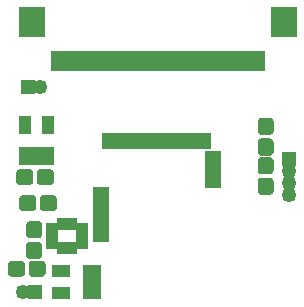
<source format=gts>
G04 #@! TF.GenerationSoftware,KiCad,Pcbnew,(5.0.0)*
G04 #@! TF.CreationDate,2018-11-26T10:25:21+01:00*
G04 #@! TF.ProjectId,Insole_PCB,496E736F6C655F5043422E6B69636164,rev?*
G04 #@! TF.SameCoordinates,Original*
G04 #@! TF.FileFunction,Soldermask,Top*
G04 #@! TF.FilePolarity,Negative*
%FSLAX46Y46*%
G04 Gerber Fmt 4.6, Leading zero omitted, Abs format (unit mm)*
G04 Created by KiCad (PCBNEW (5.0.0)) date 11/26/18 10:25:21*
%MOMM*%
%LPD*%
G01*
G04 APERTURE LIST*
%ADD10C,0.100000*%
%ADD11C,1.350000*%
%ADD12R,1.250000X1.250000*%
%ADD13O,1.250000X1.250000*%
%ADD14R,2.200000X2.600000*%
%ADD15R,0.700000X1.700000*%
%ADD16R,1.400000X0.810000*%
%ADD17R,0.810000X1.400000*%
%ADD18R,1.050000X1.620000*%
%ADD19R,0.650000X1.075000*%
%ADD20R,1.075000X0.650000*%
%ADD21R,1.620000X1.050000*%
G04 APERTURE END LIST*
D10*
G04 #@! TO.C,C3*
G36*
X145420581Y-86776625D02*
X145453343Y-86781485D01*
X145485471Y-86789533D01*
X145516656Y-86800691D01*
X145546596Y-86814852D01*
X145575005Y-86831879D01*
X145601608Y-86851609D01*
X145626149Y-86873851D01*
X145648391Y-86898392D01*
X145668121Y-86924995D01*
X145685148Y-86953404D01*
X145699309Y-86983344D01*
X145710467Y-87014529D01*
X145718515Y-87046657D01*
X145723375Y-87079419D01*
X145725000Y-87112500D01*
X145725000Y-87787500D01*
X145723375Y-87820581D01*
X145718515Y-87853343D01*
X145710467Y-87885471D01*
X145699309Y-87916656D01*
X145685148Y-87946596D01*
X145668121Y-87975005D01*
X145648391Y-88001608D01*
X145626149Y-88026149D01*
X145601608Y-88048391D01*
X145575005Y-88068121D01*
X145546596Y-88085148D01*
X145516656Y-88099309D01*
X145485471Y-88110467D01*
X145453343Y-88118515D01*
X145420581Y-88123375D01*
X145387500Y-88125000D01*
X144612500Y-88125000D01*
X144579419Y-88123375D01*
X144546657Y-88118515D01*
X144514529Y-88110467D01*
X144483344Y-88099309D01*
X144453404Y-88085148D01*
X144424995Y-88068121D01*
X144398392Y-88048391D01*
X144373851Y-88026149D01*
X144351609Y-88001608D01*
X144331879Y-87975005D01*
X144314852Y-87946596D01*
X144300691Y-87916656D01*
X144289533Y-87885471D01*
X144281485Y-87853343D01*
X144276625Y-87820581D01*
X144275000Y-87787500D01*
X144275000Y-87112500D01*
X144276625Y-87079419D01*
X144281485Y-87046657D01*
X144289533Y-87014529D01*
X144300691Y-86983344D01*
X144314852Y-86953404D01*
X144331879Y-86924995D01*
X144351609Y-86898392D01*
X144373851Y-86873851D01*
X144398392Y-86851609D01*
X144424995Y-86831879D01*
X144453404Y-86814852D01*
X144483344Y-86800691D01*
X144514529Y-86789533D01*
X144546657Y-86781485D01*
X144579419Y-86776625D01*
X144612500Y-86775000D01*
X145387500Y-86775000D01*
X145420581Y-86776625D01*
X145420581Y-86776625D01*
G37*
D11*
X145000000Y-87450000D03*
D10*
G36*
X147170581Y-86776625D02*
X147203343Y-86781485D01*
X147235471Y-86789533D01*
X147266656Y-86800691D01*
X147296596Y-86814852D01*
X147325005Y-86831879D01*
X147351608Y-86851609D01*
X147376149Y-86873851D01*
X147398391Y-86898392D01*
X147418121Y-86924995D01*
X147435148Y-86953404D01*
X147449309Y-86983344D01*
X147460467Y-87014529D01*
X147468515Y-87046657D01*
X147473375Y-87079419D01*
X147475000Y-87112500D01*
X147475000Y-87787500D01*
X147473375Y-87820581D01*
X147468515Y-87853343D01*
X147460467Y-87885471D01*
X147449309Y-87916656D01*
X147435148Y-87946596D01*
X147418121Y-87975005D01*
X147398391Y-88001608D01*
X147376149Y-88026149D01*
X147351608Y-88048391D01*
X147325005Y-88068121D01*
X147296596Y-88085148D01*
X147266656Y-88099309D01*
X147235471Y-88110467D01*
X147203343Y-88118515D01*
X147170581Y-88123375D01*
X147137500Y-88125000D01*
X146362500Y-88125000D01*
X146329419Y-88123375D01*
X146296657Y-88118515D01*
X146264529Y-88110467D01*
X146233344Y-88099309D01*
X146203404Y-88085148D01*
X146174995Y-88068121D01*
X146148392Y-88048391D01*
X146123851Y-88026149D01*
X146101609Y-88001608D01*
X146081879Y-87975005D01*
X146064852Y-87946596D01*
X146050691Y-87916656D01*
X146039533Y-87885471D01*
X146031485Y-87853343D01*
X146026625Y-87820581D01*
X146025000Y-87787500D01*
X146025000Y-87112500D01*
X146026625Y-87079419D01*
X146031485Y-87046657D01*
X146039533Y-87014529D01*
X146050691Y-86983344D01*
X146064852Y-86953404D01*
X146081879Y-86924995D01*
X146101609Y-86898392D01*
X146123851Y-86873851D01*
X146148392Y-86851609D01*
X146174995Y-86831879D01*
X146203404Y-86814852D01*
X146233344Y-86800691D01*
X146264529Y-86789533D01*
X146296657Y-86781485D01*
X146329419Y-86776625D01*
X146362500Y-86775000D01*
X147137500Y-86775000D01*
X147170581Y-86776625D01*
X147170581Y-86776625D01*
G37*
D11*
X146750000Y-87450000D03*
G04 #@! TD*
D12*
G04 #@! TO.C,J1*
X146000000Y-72100000D03*
D13*
X147000000Y-72100000D03*
G04 #@! TD*
G04 #@! TO.C,J2*
X145550000Y-89400000D03*
D12*
X146550000Y-89400000D03*
G04 #@! TD*
G04 #@! TO.C,J3*
X168100000Y-78200000D03*
D13*
X168100000Y-79200000D03*
X168100000Y-80200000D03*
X168100000Y-81200000D03*
G04 #@! TD*
D14*
G04 #@! TO.C,J4*
X146350000Y-66600000D03*
X167650000Y-66600000D03*
D15*
X165750000Y-69850000D03*
X165250000Y-69850000D03*
X164750000Y-69850000D03*
X164250000Y-69850000D03*
X163750000Y-69850000D03*
X163250000Y-69850000D03*
X162750000Y-69850000D03*
X162250000Y-69850000D03*
X161750000Y-69850000D03*
X161250000Y-69850000D03*
X160750000Y-69850000D03*
X160250000Y-69850000D03*
X159750000Y-69850000D03*
X159250000Y-69850000D03*
X158750000Y-69850000D03*
X158250000Y-69850000D03*
X157750000Y-69850000D03*
X157250000Y-69850000D03*
X156750000Y-69850000D03*
X156250000Y-69850000D03*
X155750000Y-69850000D03*
X155250000Y-69850000D03*
X154750000Y-69850000D03*
X154250000Y-69850000D03*
X153750000Y-69850000D03*
X153250000Y-69850000D03*
X152750000Y-69850000D03*
X152250000Y-69850000D03*
X151750000Y-69850000D03*
X151250000Y-69850000D03*
X150750000Y-69850000D03*
X150250000Y-69850000D03*
X149750000Y-69850000D03*
X149250000Y-69850000D03*
X148750000Y-69850000D03*
X148250000Y-69850000D03*
G04 #@! TD*
D10*
G04 #@! TO.C,R1*
G36*
X146120581Y-79026625D02*
X146153343Y-79031485D01*
X146185471Y-79039533D01*
X146216656Y-79050691D01*
X146246596Y-79064852D01*
X146275005Y-79081879D01*
X146301608Y-79101609D01*
X146326149Y-79123851D01*
X146348391Y-79148392D01*
X146368121Y-79174995D01*
X146385148Y-79203404D01*
X146399309Y-79233344D01*
X146410467Y-79264529D01*
X146418515Y-79296657D01*
X146423375Y-79329419D01*
X146425000Y-79362500D01*
X146425000Y-80037500D01*
X146423375Y-80070581D01*
X146418515Y-80103343D01*
X146410467Y-80135471D01*
X146399309Y-80166656D01*
X146385148Y-80196596D01*
X146368121Y-80225005D01*
X146348391Y-80251608D01*
X146326149Y-80276149D01*
X146301608Y-80298391D01*
X146275005Y-80318121D01*
X146246596Y-80335148D01*
X146216656Y-80349309D01*
X146185471Y-80360467D01*
X146153343Y-80368515D01*
X146120581Y-80373375D01*
X146087500Y-80375000D01*
X145312500Y-80375000D01*
X145279419Y-80373375D01*
X145246657Y-80368515D01*
X145214529Y-80360467D01*
X145183344Y-80349309D01*
X145153404Y-80335148D01*
X145124995Y-80318121D01*
X145098392Y-80298391D01*
X145073851Y-80276149D01*
X145051609Y-80251608D01*
X145031879Y-80225005D01*
X145014852Y-80196596D01*
X145000691Y-80166656D01*
X144989533Y-80135471D01*
X144981485Y-80103343D01*
X144976625Y-80070581D01*
X144975000Y-80037500D01*
X144975000Y-79362500D01*
X144976625Y-79329419D01*
X144981485Y-79296657D01*
X144989533Y-79264529D01*
X145000691Y-79233344D01*
X145014852Y-79203404D01*
X145031879Y-79174995D01*
X145051609Y-79148392D01*
X145073851Y-79123851D01*
X145098392Y-79101609D01*
X145124995Y-79081879D01*
X145153404Y-79064852D01*
X145183344Y-79050691D01*
X145214529Y-79039533D01*
X145246657Y-79031485D01*
X145279419Y-79026625D01*
X145312500Y-79025000D01*
X146087500Y-79025000D01*
X146120581Y-79026625D01*
X146120581Y-79026625D01*
G37*
D11*
X145700000Y-79700000D03*
D10*
G36*
X147870581Y-79026625D02*
X147903343Y-79031485D01*
X147935471Y-79039533D01*
X147966656Y-79050691D01*
X147996596Y-79064852D01*
X148025005Y-79081879D01*
X148051608Y-79101609D01*
X148076149Y-79123851D01*
X148098391Y-79148392D01*
X148118121Y-79174995D01*
X148135148Y-79203404D01*
X148149309Y-79233344D01*
X148160467Y-79264529D01*
X148168515Y-79296657D01*
X148173375Y-79329419D01*
X148175000Y-79362500D01*
X148175000Y-80037500D01*
X148173375Y-80070581D01*
X148168515Y-80103343D01*
X148160467Y-80135471D01*
X148149309Y-80166656D01*
X148135148Y-80196596D01*
X148118121Y-80225005D01*
X148098391Y-80251608D01*
X148076149Y-80276149D01*
X148051608Y-80298391D01*
X148025005Y-80318121D01*
X147996596Y-80335148D01*
X147966656Y-80349309D01*
X147935471Y-80360467D01*
X147903343Y-80368515D01*
X147870581Y-80373375D01*
X147837500Y-80375000D01*
X147062500Y-80375000D01*
X147029419Y-80373375D01*
X146996657Y-80368515D01*
X146964529Y-80360467D01*
X146933344Y-80349309D01*
X146903404Y-80335148D01*
X146874995Y-80318121D01*
X146848392Y-80298391D01*
X146823851Y-80276149D01*
X146801609Y-80251608D01*
X146781879Y-80225005D01*
X146764852Y-80196596D01*
X146750691Y-80166656D01*
X146739533Y-80135471D01*
X146731485Y-80103343D01*
X146726625Y-80070581D01*
X146725000Y-80037500D01*
X146725000Y-79362500D01*
X146726625Y-79329419D01*
X146731485Y-79296657D01*
X146739533Y-79264529D01*
X146750691Y-79233344D01*
X146764852Y-79203404D01*
X146781879Y-79174995D01*
X146801609Y-79148392D01*
X146823851Y-79123851D01*
X146848392Y-79101609D01*
X146874995Y-79081879D01*
X146903404Y-79064852D01*
X146933344Y-79050691D01*
X146964529Y-79039533D01*
X146996657Y-79031485D01*
X147029419Y-79026625D01*
X147062500Y-79025000D01*
X147837500Y-79025000D01*
X147870581Y-79026625D01*
X147870581Y-79026625D01*
G37*
D11*
X147450000Y-79700000D03*
G04 #@! TD*
D10*
G04 #@! TO.C,R2*
G36*
X146870581Y-85176625D02*
X146903343Y-85181485D01*
X146935471Y-85189533D01*
X146966656Y-85200691D01*
X146996596Y-85214852D01*
X147025005Y-85231879D01*
X147051608Y-85251609D01*
X147076149Y-85273851D01*
X147098391Y-85298392D01*
X147118121Y-85324995D01*
X147135148Y-85353404D01*
X147149309Y-85383344D01*
X147160467Y-85414529D01*
X147168515Y-85446657D01*
X147173375Y-85479419D01*
X147175000Y-85512500D01*
X147175000Y-86287500D01*
X147173375Y-86320581D01*
X147168515Y-86353343D01*
X147160467Y-86385471D01*
X147149309Y-86416656D01*
X147135148Y-86446596D01*
X147118121Y-86475005D01*
X147098391Y-86501608D01*
X147076149Y-86526149D01*
X147051608Y-86548391D01*
X147025005Y-86568121D01*
X146996596Y-86585148D01*
X146966656Y-86599309D01*
X146935471Y-86610467D01*
X146903343Y-86618515D01*
X146870581Y-86623375D01*
X146837500Y-86625000D01*
X146162500Y-86625000D01*
X146129419Y-86623375D01*
X146096657Y-86618515D01*
X146064529Y-86610467D01*
X146033344Y-86599309D01*
X146003404Y-86585148D01*
X145974995Y-86568121D01*
X145948392Y-86548391D01*
X145923851Y-86526149D01*
X145901609Y-86501608D01*
X145881879Y-86475005D01*
X145864852Y-86446596D01*
X145850691Y-86416656D01*
X145839533Y-86385471D01*
X145831485Y-86353343D01*
X145826625Y-86320581D01*
X145825000Y-86287500D01*
X145825000Y-85512500D01*
X145826625Y-85479419D01*
X145831485Y-85446657D01*
X145839533Y-85414529D01*
X145850691Y-85383344D01*
X145864852Y-85353404D01*
X145881879Y-85324995D01*
X145901609Y-85298392D01*
X145923851Y-85273851D01*
X145948392Y-85251609D01*
X145974995Y-85231879D01*
X146003404Y-85214852D01*
X146033344Y-85200691D01*
X146064529Y-85189533D01*
X146096657Y-85181485D01*
X146129419Y-85176625D01*
X146162500Y-85175000D01*
X146837500Y-85175000D01*
X146870581Y-85176625D01*
X146870581Y-85176625D01*
G37*
D11*
X146500000Y-85900000D03*
D10*
G36*
X146870581Y-83426625D02*
X146903343Y-83431485D01*
X146935471Y-83439533D01*
X146966656Y-83450691D01*
X146996596Y-83464852D01*
X147025005Y-83481879D01*
X147051608Y-83501609D01*
X147076149Y-83523851D01*
X147098391Y-83548392D01*
X147118121Y-83574995D01*
X147135148Y-83603404D01*
X147149309Y-83633344D01*
X147160467Y-83664529D01*
X147168515Y-83696657D01*
X147173375Y-83729419D01*
X147175000Y-83762500D01*
X147175000Y-84537500D01*
X147173375Y-84570581D01*
X147168515Y-84603343D01*
X147160467Y-84635471D01*
X147149309Y-84666656D01*
X147135148Y-84696596D01*
X147118121Y-84725005D01*
X147098391Y-84751608D01*
X147076149Y-84776149D01*
X147051608Y-84798391D01*
X147025005Y-84818121D01*
X146996596Y-84835148D01*
X146966656Y-84849309D01*
X146935471Y-84860467D01*
X146903343Y-84868515D01*
X146870581Y-84873375D01*
X146837500Y-84875000D01*
X146162500Y-84875000D01*
X146129419Y-84873375D01*
X146096657Y-84868515D01*
X146064529Y-84860467D01*
X146033344Y-84849309D01*
X146003404Y-84835148D01*
X145974995Y-84818121D01*
X145948392Y-84798391D01*
X145923851Y-84776149D01*
X145901609Y-84751608D01*
X145881879Y-84725005D01*
X145864852Y-84696596D01*
X145850691Y-84666656D01*
X145839533Y-84635471D01*
X145831485Y-84603343D01*
X145826625Y-84570581D01*
X145825000Y-84537500D01*
X145825000Y-83762500D01*
X145826625Y-83729419D01*
X145831485Y-83696657D01*
X145839533Y-83664529D01*
X145850691Y-83633344D01*
X145864852Y-83603404D01*
X145881879Y-83574995D01*
X145901609Y-83548392D01*
X145923851Y-83523851D01*
X145948392Y-83501609D01*
X145974995Y-83481879D01*
X146003404Y-83464852D01*
X146033344Y-83450691D01*
X146064529Y-83439533D01*
X146096657Y-83431485D01*
X146129419Y-83426625D01*
X146162500Y-83425000D01*
X146837500Y-83425000D01*
X146870581Y-83426625D01*
X146870581Y-83426625D01*
G37*
D11*
X146500000Y-84150000D03*
G04 #@! TD*
D10*
G04 #@! TO.C,R3*
G36*
X148120581Y-81226625D02*
X148153343Y-81231485D01*
X148185471Y-81239533D01*
X148216656Y-81250691D01*
X148246596Y-81264852D01*
X148275005Y-81281879D01*
X148301608Y-81301609D01*
X148326149Y-81323851D01*
X148348391Y-81348392D01*
X148368121Y-81374995D01*
X148385148Y-81403404D01*
X148399309Y-81433344D01*
X148410467Y-81464529D01*
X148418515Y-81496657D01*
X148423375Y-81529419D01*
X148425000Y-81562500D01*
X148425000Y-82237500D01*
X148423375Y-82270581D01*
X148418515Y-82303343D01*
X148410467Y-82335471D01*
X148399309Y-82366656D01*
X148385148Y-82396596D01*
X148368121Y-82425005D01*
X148348391Y-82451608D01*
X148326149Y-82476149D01*
X148301608Y-82498391D01*
X148275005Y-82518121D01*
X148246596Y-82535148D01*
X148216656Y-82549309D01*
X148185471Y-82560467D01*
X148153343Y-82568515D01*
X148120581Y-82573375D01*
X148087500Y-82575000D01*
X147312500Y-82575000D01*
X147279419Y-82573375D01*
X147246657Y-82568515D01*
X147214529Y-82560467D01*
X147183344Y-82549309D01*
X147153404Y-82535148D01*
X147124995Y-82518121D01*
X147098392Y-82498391D01*
X147073851Y-82476149D01*
X147051609Y-82451608D01*
X147031879Y-82425005D01*
X147014852Y-82396596D01*
X147000691Y-82366656D01*
X146989533Y-82335471D01*
X146981485Y-82303343D01*
X146976625Y-82270581D01*
X146975000Y-82237500D01*
X146975000Y-81562500D01*
X146976625Y-81529419D01*
X146981485Y-81496657D01*
X146989533Y-81464529D01*
X147000691Y-81433344D01*
X147014852Y-81403404D01*
X147031879Y-81374995D01*
X147051609Y-81348392D01*
X147073851Y-81323851D01*
X147098392Y-81301609D01*
X147124995Y-81281879D01*
X147153404Y-81264852D01*
X147183344Y-81250691D01*
X147214529Y-81239533D01*
X147246657Y-81231485D01*
X147279419Y-81226625D01*
X147312500Y-81225000D01*
X148087500Y-81225000D01*
X148120581Y-81226625D01*
X148120581Y-81226625D01*
G37*
D11*
X147700000Y-81900000D03*
D10*
G36*
X146370581Y-81226625D02*
X146403343Y-81231485D01*
X146435471Y-81239533D01*
X146466656Y-81250691D01*
X146496596Y-81264852D01*
X146525005Y-81281879D01*
X146551608Y-81301609D01*
X146576149Y-81323851D01*
X146598391Y-81348392D01*
X146618121Y-81374995D01*
X146635148Y-81403404D01*
X146649309Y-81433344D01*
X146660467Y-81464529D01*
X146668515Y-81496657D01*
X146673375Y-81529419D01*
X146675000Y-81562500D01*
X146675000Y-82237500D01*
X146673375Y-82270581D01*
X146668515Y-82303343D01*
X146660467Y-82335471D01*
X146649309Y-82366656D01*
X146635148Y-82396596D01*
X146618121Y-82425005D01*
X146598391Y-82451608D01*
X146576149Y-82476149D01*
X146551608Y-82498391D01*
X146525005Y-82518121D01*
X146496596Y-82535148D01*
X146466656Y-82549309D01*
X146435471Y-82560467D01*
X146403343Y-82568515D01*
X146370581Y-82573375D01*
X146337500Y-82575000D01*
X145562500Y-82575000D01*
X145529419Y-82573375D01*
X145496657Y-82568515D01*
X145464529Y-82560467D01*
X145433344Y-82549309D01*
X145403404Y-82535148D01*
X145374995Y-82518121D01*
X145348392Y-82498391D01*
X145323851Y-82476149D01*
X145301609Y-82451608D01*
X145281879Y-82425005D01*
X145264852Y-82396596D01*
X145250691Y-82366656D01*
X145239533Y-82335471D01*
X145231485Y-82303343D01*
X145226625Y-82270581D01*
X145225000Y-82237500D01*
X145225000Y-81562500D01*
X145226625Y-81529419D01*
X145231485Y-81496657D01*
X145239533Y-81464529D01*
X145250691Y-81433344D01*
X145264852Y-81403404D01*
X145281879Y-81374995D01*
X145301609Y-81348392D01*
X145323851Y-81323851D01*
X145348392Y-81301609D01*
X145374995Y-81281879D01*
X145403404Y-81264852D01*
X145433344Y-81250691D01*
X145464529Y-81239533D01*
X145496657Y-81231485D01*
X145529419Y-81226625D01*
X145562500Y-81225000D01*
X146337500Y-81225000D01*
X146370581Y-81226625D01*
X146370581Y-81226625D01*
G37*
D11*
X145950000Y-81900000D03*
G04 #@! TD*
D10*
G04 #@! TO.C,R9*
G36*
X166470581Y-79751625D02*
X166503343Y-79756485D01*
X166535471Y-79764533D01*
X166566656Y-79775691D01*
X166596596Y-79789852D01*
X166625005Y-79806879D01*
X166651608Y-79826609D01*
X166676149Y-79848851D01*
X166698391Y-79873392D01*
X166718121Y-79899995D01*
X166735148Y-79928404D01*
X166749309Y-79958344D01*
X166760467Y-79989529D01*
X166768515Y-80021657D01*
X166773375Y-80054419D01*
X166775000Y-80087500D01*
X166775000Y-80862500D01*
X166773375Y-80895581D01*
X166768515Y-80928343D01*
X166760467Y-80960471D01*
X166749309Y-80991656D01*
X166735148Y-81021596D01*
X166718121Y-81050005D01*
X166698391Y-81076608D01*
X166676149Y-81101149D01*
X166651608Y-81123391D01*
X166625005Y-81143121D01*
X166596596Y-81160148D01*
X166566656Y-81174309D01*
X166535471Y-81185467D01*
X166503343Y-81193515D01*
X166470581Y-81198375D01*
X166437500Y-81200000D01*
X165762500Y-81200000D01*
X165729419Y-81198375D01*
X165696657Y-81193515D01*
X165664529Y-81185467D01*
X165633344Y-81174309D01*
X165603404Y-81160148D01*
X165574995Y-81143121D01*
X165548392Y-81123391D01*
X165523851Y-81101149D01*
X165501609Y-81076608D01*
X165481879Y-81050005D01*
X165464852Y-81021596D01*
X165450691Y-80991656D01*
X165439533Y-80960471D01*
X165431485Y-80928343D01*
X165426625Y-80895581D01*
X165425000Y-80862500D01*
X165425000Y-80087500D01*
X165426625Y-80054419D01*
X165431485Y-80021657D01*
X165439533Y-79989529D01*
X165450691Y-79958344D01*
X165464852Y-79928404D01*
X165481879Y-79899995D01*
X165501609Y-79873392D01*
X165523851Y-79848851D01*
X165548392Y-79826609D01*
X165574995Y-79806879D01*
X165603404Y-79789852D01*
X165633344Y-79775691D01*
X165664529Y-79764533D01*
X165696657Y-79756485D01*
X165729419Y-79751625D01*
X165762500Y-79750000D01*
X166437500Y-79750000D01*
X166470581Y-79751625D01*
X166470581Y-79751625D01*
G37*
D11*
X166100000Y-80475000D03*
D10*
G36*
X166470581Y-78001625D02*
X166503343Y-78006485D01*
X166535471Y-78014533D01*
X166566656Y-78025691D01*
X166596596Y-78039852D01*
X166625005Y-78056879D01*
X166651608Y-78076609D01*
X166676149Y-78098851D01*
X166698391Y-78123392D01*
X166718121Y-78149995D01*
X166735148Y-78178404D01*
X166749309Y-78208344D01*
X166760467Y-78239529D01*
X166768515Y-78271657D01*
X166773375Y-78304419D01*
X166775000Y-78337500D01*
X166775000Y-79112500D01*
X166773375Y-79145581D01*
X166768515Y-79178343D01*
X166760467Y-79210471D01*
X166749309Y-79241656D01*
X166735148Y-79271596D01*
X166718121Y-79300005D01*
X166698391Y-79326608D01*
X166676149Y-79351149D01*
X166651608Y-79373391D01*
X166625005Y-79393121D01*
X166596596Y-79410148D01*
X166566656Y-79424309D01*
X166535471Y-79435467D01*
X166503343Y-79443515D01*
X166470581Y-79448375D01*
X166437500Y-79450000D01*
X165762500Y-79450000D01*
X165729419Y-79448375D01*
X165696657Y-79443515D01*
X165664529Y-79435467D01*
X165633344Y-79424309D01*
X165603404Y-79410148D01*
X165574995Y-79393121D01*
X165548392Y-79373391D01*
X165523851Y-79351149D01*
X165501609Y-79326608D01*
X165481879Y-79300005D01*
X165464852Y-79271596D01*
X165450691Y-79241656D01*
X165439533Y-79210471D01*
X165431485Y-79178343D01*
X165426625Y-79145581D01*
X165425000Y-79112500D01*
X165425000Y-78337500D01*
X165426625Y-78304419D01*
X165431485Y-78271657D01*
X165439533Y-78239529D01*
X165450691Y-78208344D01*
X165464852Y-78178404D01*
X165481879Y-78149995D01*
X165501609Y-78123392D01*
X165523851Y-78098851D01*
X165548392Y-78076609D01*
X165574995Y-78056879D01*
X165603404Y-78039852D01*
X165633344Y-78025691D01*
X165664529Y-78014533D01*
X165696657Y-78006485D01*
X165729419Y-78001625D01*
X165762500Y-78000000D01*
X166437500Y-78000000D01*
X166470581Y-78001625D01*
X166470581Y-78001625D01*
G37*
D11*
X166100000Y-78725000D03*
G04 #@! TD*
D10*
G04 #@! TO.C,R10*
G36*
X166470581Y-74676625D02*
X166503343Y-74681485D01*
X166535471Y-74689533D01*
X166566656Y-74700691D01*
X166596596Y-74714852D01*
X166625005Y-74731879D01*
X166651608Y-74751609D01*
X166676149Y-74773851D01*
X166698391Y-74798392D01*
X166718121Y-74824995D01*
X166735148Y-74853404D01*
X166749309Y-74883344D01*
X166760467Y-74914529D01*
X166768515Y-74946657D01*
X166773375Y-74979419D01*
X166775000Y-75012500D01*
X166775000Y-75787500D01*
X166773375Y-75820581D01*
X166768515Y-75853343D01*
X166760467Y-75885471D01*
X166749309Y-75916656D01*
X166735148Y-75946596D01*
X166718121Y-75975005D01*
X166698391Y-76001608D01*
X166676149Y-76026149D01*
X166651608Y-76048391D01*
X166625005Y-76068121D01*
X166596596Y-76085148D01*
X166566656Y-76099309D01*
X166535471Y-76110467D01*
X166503343Y-76118515D01*
X166470581Y-76123375D01*
X166437500Y-76125000D01*
X165762500Y-76125000D01*
X165729419Y-76123375D01*
X165696657Y-76118515D01*
X165664529Y-76110467D01*
X165633344Y-76099309D01*
X165603404Y-76085148D01*
X165574995Y-76068121D01*
X165548392Y-76048391D01*
X165523851Y-76026149D01*
X165501609Y-76001608D01*
X165481879Y-75975005D01*
X165464852Y-75946596D01*
X165450691Y-75916656D01*
X165439533Y-75885471D01*
X165431485Y-75853343D01*
X165426625Y-75820581D01*
X165425000Y-75787500D01*
X165425000Y-75012500D01*
X165426625Y-74979419D01*
X165431485Y-74946657D01*
X165439533Y-74914529D01*
X165450691Y-74883344D01*
X165464852Y-74853404D01*
X165481879Y-74824995D01*
X165501609Y-74798392D01*
X165523851Y-74773851D01*
X165548392Y-74751609D01*
X165574995Y-74731879D01*
X165603404Y-74714852D01*
X165633344Y-74700691D01*
X165664529Y-74689533D01*
X165696657Y-74681485D01*
X165729419Y-74676625D01*
X165762500Y-74675000D01*
X166437500Y-74675000D01*
X166470581Y-74676625D01*
X166470581Y-74676625D01*
G37*
D11*
X166100000Y-75400000D03*
D10*
G36*
X166470581Y-76426625D02*
X166503343Y-76431485D01*
X166535471Y-76439533D01*
X166566656Y-76450691D01*
X166596596Y-76464852D01*
X166625005Y-76481879D01*
X166651608Y-76501609D01*
X166676149Y-76523851D01*
X166698391Y-76548392D01*
X166718121Y-76574995D01*
X166735148Y-76603404D01*
X166749309Y-76633344D01*
X166760467Y-76664529D01*
X166768515Y-76696657D01*
X166773375Y-76729419D01*
X166775000Y-76762500D01*
X166775000Y-77537500D01*
X166773375Y-77570581D01*
X166768515Y-77603343D01*
X166760467Y-77635471D01*
X166749309Y-77666656D01*
X166735148Y-77696596D01*
X166718121Y-77725005D01*
X166698391Y-77751608D01*
X166676149Y-77776149D01*
X166651608Y-77798391D01*
X166625005Y-77818121D01*
X166596596Y-77835148D01*
X166566656Y-77849309D01*
X166535471Y-77860467D01*
X166503343Y-77868515D01*
X166470581Y-77873375D01*
X166437500Y-77875000D01*
X165762500Y-77875000D01*
X165729419Y-77873375D01*
X165696657Y-77868515D01*
X165664529Y-77860467D01*
X165633344Y-77849309D01*
X165603404Y-77835148D01*
X165574995Y-77818121D01*
X165548392Y-77798391D01*
X165523851Y-77776149D01*
X165501609Y-77751608D01*
X165481879Y-77725005D01*
X165464852Y-77696596D01*
X165450691Y-77666656D01*
X165439533Y-77635471D01*
X165431485Y-77603343D01*
X165426625Y-77570581D01*
X165425000Y-77537500D01*
X165425000Y-76762500D01*
X165426625Y-76729419D01*
X165431485Y-76696657D01*
X165439533Y-76664529D01*
X165450691Y-76633344D01*
X165464852Y-76603404D01*
X165481879Y-76574995D01*
X165501609Y-76548392D01*
X165523851Y-76523851D01*
X165548392Y-76501609D01*
X165574995Y-76481879D01*
X165603404Y-76464852D01*
X165633344Y-76450691D01*
X165664529Y-76439533D01*
X165696657Y-76431485D01*
X165729419Y-76426625D01*
X165762500Y-76425000D01*
X166437500Y-76425000D01*
X166470581Y-76426625D01*
X166470581Y-76426625D01*
G37*
D11*
X166100000Y-77150000D03*
G04 #@! TD*
D16*
G04 #@! TO.C,U5*
X152160000Y-80950000D03*
X161650000Y-80180000D03*
X161650000Y-79420000D03*
X161650000Y-78660000D03*
X161650000Y-77900000D03*
D17*
X161090000Y-76660000D03*
X160330000Y-76660000D03*
X159570000Y-76660000D03*
X158810000Y-76660000D03*
X158050000Y-76660000D03*
X157280000Y-76660000D03*
X156520000Y-76660000D03*
X155760000Y-76660000D03*
X155000000Y-76660000D03*
X154240000Y-76660000D03*
X153470000Y-76660000D03*
X152710000Y-76660000D03*
D16*
X152160000Y-81710000D03*
X152160000Y-82470000D03*
X152160000Y-83230000D03*
X152160000Y-83990000D03*
X152160000Y-84760000D03*
G04 #@! TD*
D18*
G04 #@! TO.C,U6*
X145750000Y-75290000D03*
X147650000Y-75290000D03*
X147650000Y-77910000D03*
X146700000Y-77910000D03*
X145750000Y-77910000D03*
G04 #@! TD*
D19*
G04 #@! TO.C,U7*
X149300000Y-83700000D03*
X148800000Y-83700000D03*
X149800000Y-83700000D03*
X148800000Y-85725000D03*
X149300000Y-85725000D03*
X149800000Y-85725000D03*
D20*
X148037500Y-83962500D03*
X148037500Y-84462500D03*
X148037500Y-84962500D03*
X148037500Y-85462500D03*
X150562500Y-85462500D03*
X150562500Y-84962500D03*
X150562500Y-84462500D03*
X150562500Y-83962500D03*
G04 #@! TD*
D21*
G04 #@! TO.C,U8*
X151410000Y-89550000D03*
X151410000Y-88600000D03*
X151410000Y-87650000D03*
X148790000Y-87650000D03*
X148790000Y-89550000D03*
G04 #@! TD*
M02*

</source>
